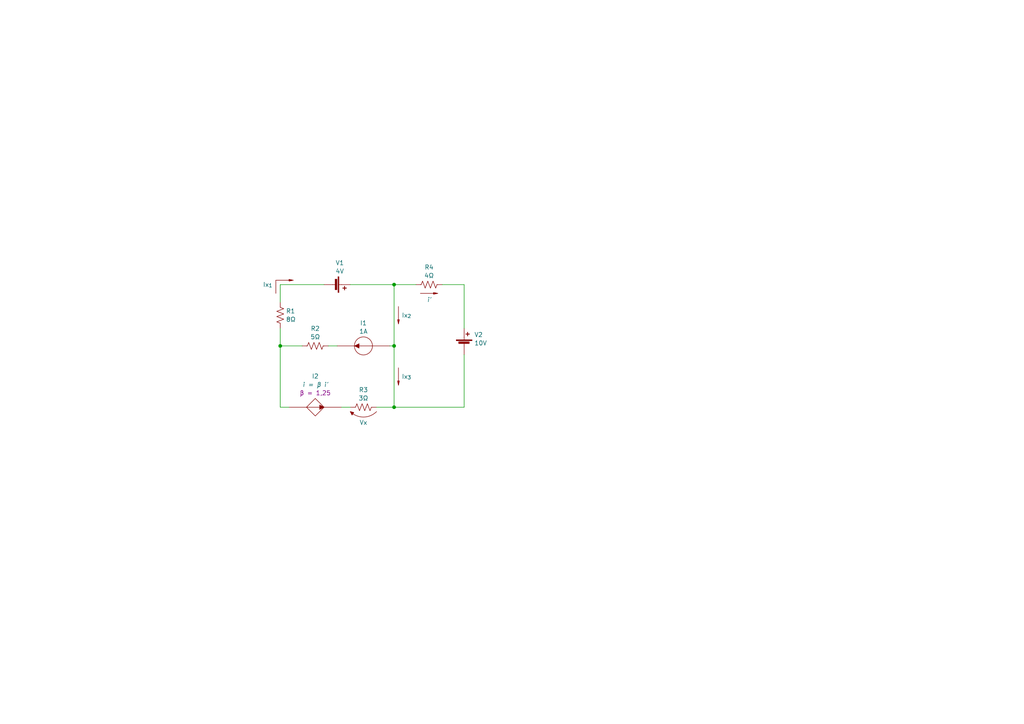
<source format=kicad_sch>
(kicad_sch (version 20230121) (generator eeschema)
  (paper "A4")
  (lib_symbols
    (symbol "Device:R_US" (pin_numbers hide) (pin_names (offset 0))
      (property "Reference" "R" (at 2.54 0 90))
      (property "Value" "R_US" (at -2.54 0 90))
      (symbol "R_US_0_1"
        (polyline (pts (xy 0 -2.286) (xy 0 -2.54)))
        (polyline (pts (xy 0 2.286) (xy 0 2.54)))
        (polyline (pts (xy 0 -0.762) (xy 1.016 -1.143) (xy 0 -1.524) (xy -1.016 -1.905) (xy 0 -2.286)))
        (polyline (pts (xy 0 0.762) (xy 1.016 0.381) (xy 0 0) (xy -1.016 -0.381) (xy 0 -0.762)))
        (polyline (pts (xy 0 2.286) (xy 1.016 1.905) (xy 0 1.524) (xy -1.016 1.143) (xy 0 0.762)))
      )
      (symbol "R_US_1_1"
        (pin passive line (at 0 3.81 270) (length 1.27) (name "~") (number "1"))
        (pin passive line (at 0 -3.81 90) (length 1.27) (name "~") (number "2"))
      )
    )
    (symbol "Personalizado:fonte_corrente" (pin_numbers hide) (pin_names (offset 0))
      (property "Reference" "I" (at 3.81 0 0))
      (property "Value" "fonte_corrente" (at -3.81 -0.635 90))
      (symbol "fonte_corrente_0_1"
        (polyline (pts (xy 0 -2.54) (xy 0 2.54)))
        (polyline (pts (xy 0 2.54) (xy -0.635 1.27) (xy 0.635 1.27) (xy 0 2.54)) (fill (type outline)))
        (circle (center 0 0) (radius 2.6162))
      )
      (symbol "fonte_corrente_1_1"
        (pin passive line (at 0 7.62 270) (length 5.08) (name "~") (number "1"))
        (pin passive line (at 0 -7.62 90) (length 5.08) (name "~") (number "2"))
      )
    )
    (symbol "Personalizado:fonte_corrente_dep" (pin_numbers hide) (pin_names (offset 0))
      (property "Reference" "I" (at 3.81 0 0))
      (property "Value" "fonte_corrente_dep" (at -3.81 -0.635 90))
      (symbol "fonte_corrente_dep_0_1"
        (polyline (pts (xy 0 -2.54) (xy 0 2.54)))
        (polyline (pts (xy 0 2.54) (xy -0.635 1.27) (xy 0.635 1.27) (xy 0 2.54)) (fill (type outline)))
        (polyline (pts (xy 0 2.54) (xy -2.54 0) (xy 0 -2.54) (xy 2.54 0) (xy 0 2.54)))
      )
      (symbol "fonte_corrente_dep_1_1"
        (pin passive line (at 0 7.62 270) (length 5.08) (name "~") (number "1"))
        (pin passive line (at 0 -7.62 90) (length 5.08) (name "~") (number "2"))
      )
    )
    (symbol "Personalizado:fonte_tensao" (pin_numbers hide) (pin_names (offset 0) hide)
      (property "Reference" "V" (at 2.54 2.54 0))
      (symbol "fonte_tensao_0_1"
        (rectangle (start -2.286 1.778) (end 2.286 1.524) (fill (type outline)))
        (rectangle (start -1.5748 1.1938) (end 1.4732 0.6858) (fill (type outline)))
        (polyline (pts (xy 0 0.762) (xy 0 0)))
        (polyline (pts (xy 0 1.778) (xy 0 2.54)))
        (polyline (pts (xy 0.508 3.429) (xy 1.524 3.429)) (stroke (width 0.254)))
        (polyline (pts (xy 1.016 3.937) (xy 1.016 2.921)) (stroke (width 0.254)))
      )
      (symbol "fonte_tensao_1_1"
        (pin passive line (at 0 5.08 270) (length 2.54) (name "+") (number "1"))
        (pin passive line (at 0 -2.54 90) (length 2.54) (name "-") (number "2"))
      )
    )
    (symbol "Personalizado:seta_corrente" (pin_names (offset 1.016))
      (property "Reference" "I" (at 1.905 1.27 0))
      (symbol "seta_corrente_1_1"
        (polyline (pts (xy 4.064 0) (xy 0 0)))
        (polyline (pts (xy 5.08 0) (xy 3.81 -0.254) (xy 3.81 0.254) (xy 5.08 0)) (fill (type outline)))
      )
    )
    (symbol "Personalizado:seta_corrente_canto" (pin_names (offset 1.016))
      (property "Reference" "I" (at 1.905 1.27 0))
      (symbol "seta_corrente_canto_0_1"
        (polyline (pts (xy 0 0) (xy 0 -3.81)))
      )
      (symbol "seta_corrente_canto_1_1"
        (polyline (pts (xy 4.064 0) (xy 0 0)))
        (polyline (pts (xy 5.08 0) (xy 3.81 -0.254) (xy 3.81 0.254) (xy 5.08 0)) (fill (type outline)))
      )
    )
    (symbol "Personalizado:seta_tensao_longa" (pin_names (offset 1.016))
      (property "Reference" "V" (at -2.54 0 0))
      (symbol "seta_tensao_longa_0_1"
        (polyline (pts (xy 0 3.81) (xy -1.016 3.302) (xy -0.254 2.794) (xy 0 3.81)) (fill (type outline)))
        (arc (start 0 3.81) (mid -1.5782 0) (end 0 -3.81))
      )
    )
  )
  (junction (at 114.3 100.33))
  (junction (at 114.3 118.11))
  (junction (at 114.3 82.55))
  (junction (at 81.28 100.33))
  (wire (pts (xy 83.82 118.11) (xy 81.28 118.11)))
  (wire (pts (xy 114.3 118.11) (xy 109.22 118.11)))
  (wire (pts (xy 81.28 87.63) (xy 81.28 82.55)))
  (wire (pts (xy 114.3 82.55) (xy 114.3 100.33)))
  (wire (pts (xy 81.28 100.33) (xy 87.63 100.33)))
  (wire (pts (xy 95.25 100.33) (xy 97.79 100.33)))
  (wire (pts (xy 81.28 100.33) (xy 81.28 95.25)))
  (wire (pts (xy 113.03 100.33) (xy 114.3 100.33)))
  (wire (pts (xy 128.27 82.55) (xy 134.62 82.55)))
  (wire (pts (xy 114.3 82.55) (xy 120.65 82.55)))
  (wire (pts (xy 134.62 82.55) (xy 134.62 95.25)))
  (wire (pts (xy 81.28 118.11) (xy 81.28 100.33)))
  (wire (pts (xy 134.62 102.87) (xy 134.62 118.11)))
  (wire (pts (xy 81.28 82.55) (xy 93.98 82.55)))
  (wire (pts (xy 114.3 100.33) (xy 114.3 118.11)))
  (wire (pts (xy 101.6 118.11) (xy 99.06 118.11)))
  (wire (pts (xy 134.62 118.11) (xy 114.3 118.11)))
  (wire (pts (xy 101.6 82.55) (xy 114.3 82.55)))
  (symbol (lib_id "Personalizado:seta_corrente_canto") (at 80.01 81.28 0) (unit 1)
    (property "Reference" "Ix_{1}" (at 76.2 82.55 0) (effects (justify left)))
    (property "Value" "seta_corrente_canto" (effects hide))
  )
  (symbol (lib_id "Personalizado:fonte_corrente") (at 105.41 100.33 90) (unit 1)
    (property "Reference" "I1" (at 105.41 93.6965 90))
    (property "Value" "1A" (at 105.41 96.1207 90))
  )
  (symbol (lib_id "Device:R_US") (at 81.28 91.44 0) (unit 1)
    (property "Reference" "R1" (at 82.931 90.2279 0) (effects (justify left)))
    (property "Value" "8Ω" (at 82.931 92.6521 0) (effects (justify left)))
  )
  (symbol (lib_id "Device:R_US") (at 124.46 82.55 90) (unit 1)
    (property "Reference" "R4" (at 124.46 77.5167 90))
    (property "Value" "4Ω" (at 124.46 79.9409 90))
  )
  (symbol (lib_id "Personalizado:fonte_tensao") (at 96.52 82.55 270) (unit 1)
    (property "Reference" "V1" (at 98.552 76.2467 90))
    (property "Value" "4V" (at 98.552 78.6709 90))
  )
  (symbol (lib_id "Device:R_US") (at 91.44 100.33 90) (unit 1)
    (property "Reference" "R2" (at 91.44 95.2967 90))
    (property "Value" "5Ω" (at 91.44 97.7209 90))
  )
  (symbol (lib_id "Personalizado:seta_corrente") (at 115.57 106.68 270) (unit 1)
    (property "Reference" "Ix_{3}" (at 116.459 109.22 90) (effects (justify left)))
    (property "Value" "seta_corrente" (effects hide))
  )
  (symbol (lib_id "Personalizado:fonte_tensao") (at 134.62 100.33 0) (unit 1)
    (property "Reference" "V2" (at 137.541 97.0859 0) (effects (justify left)))
    (property "Value" "10V" (at 137.541 99.5101 0) (effects (justify left)))
  )
  (symbol (lib_id "Personalizado:fonte_corrente_dep") (at 91.44 118.11 270) (unit 1)
    (property "Reference" "I2" (at 91.44 109.1285 90))
    (property "Value" "i = β i'" (at 91.44 111.5527 90) (effects (font italic)))
    (property "Observação" "β = 1,25" (at 91.44 113.9769 90))
  )
  (symbol (lib_id "Device:R_US") (at 105.41 118.11 90) (unit 1)
    (property "Reference" "R3" (at 105.41 113.0767 90))
    (property "Value" "3Ω" (at 105.41 115.5009 90))
  )
  (symbol (lib_id "Personalizado:seta_corrente") (at 121.92 85.09 0) (unit 1)
    (property "Reference" "i'" (at 124.46 86.9371 0) (effects (font italic)))
    (property "Value" "seta_corrente" (effects hide))
  )
  (symbol (lib_id "Personalizado:seta_corrente") (at 115.57 88.9 270) (unit 1)
    (property "Reference" "Ix_{2}" (at 116.459 91.44 90) (effects (justify left)))
    (property "Value" "seta_corrente" (effects hide))
  )
  (symbol (lib_id "Personalizado:seta_tensao_longa") (at 105.41 119.38 90) (unit 1)
    (property "Reference" "Vx" (at 105.41 122.5513 90))
    (property "Value" "seta_tensao_longa" (effects hide))
  )
)
</source>
